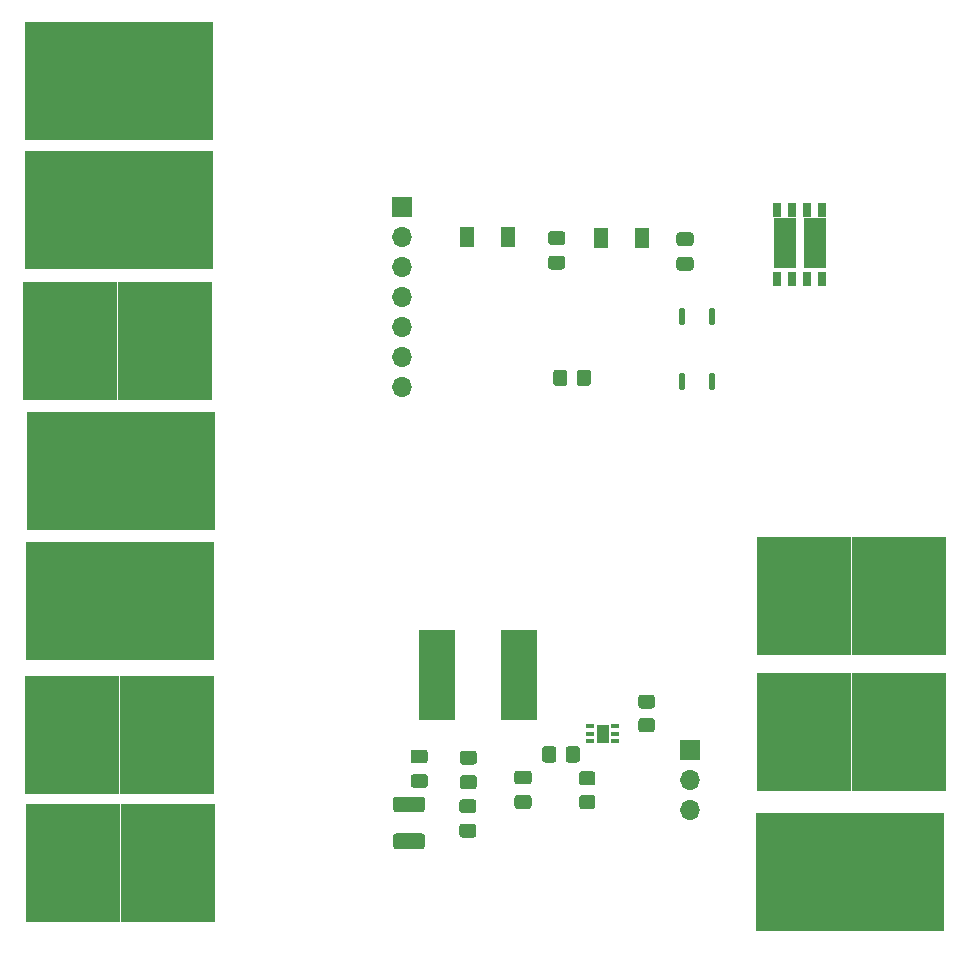
<source format=gbr>
%TF.GenerationSoftware,KiCad,Pcbnew,(5.1.10)-1*%
%TF.CreationDate,2022-03-06T22:53:43-08:00*%
%TF.ProjectId,bb2,6262322e-6b69-4636-9164-5f7063625858,rev?*%
%TF.SameCoordinates,Original*%
%TF.FileFunction,Soldermask,Top*%
%TF.FilePolarity,Negative*%
%FSLAX46Y46*%
G04 Gerber Fmt 4.6, Leading zero omitted, Abs format (unit mm)*
G04 Created by KiCad (PCBNEW (5.1.10)-1) date 2022-03-06 22:53:43*
%MOMM*%
%LPD*%
G01*
G04 APERTURE LIST*
%ADD10C,0.100000*%
%ADD11R,8.000000X10.000000*%
%ADD12O,1.700000X1.700000*%
%ADD13R,1.700000X1.700000*%
%ADD14R,0.700000X1.250000*%
%ADD15R,1.300000X1.700000*%
%ADD16R,1.000000X1.600000*%
%ADD17R,0.650000X0.350000*%
%ADD18R,3.100000X7.700000*%
G04 APERTURE END LIST*
D10*
%TO.C,U2*%
G36*
X150114000Y-102387400D02*
G01*
X148336000Y-102387400D01*
X148336000Y-98196400D01*
X150114000Y-98196400D01*
X150114000Y-102387400D01*
G37*
X150114000Y-102387400D02*
X148336000Y-102387400D01*
X148336000Y-98196400D01*
X150114000Y-98196400D01*
X150114000Y-102387400D01*
G36*
X152654000Y-102387400D02*
G01*
X150876000Y-102387400D01*
X150876000Y-98196400D01*
X152654000Y-98196400D01*
X152654000Y-102387400D01*
G37*
X152654000Y-102387400D02*
X150876000Y-102387400D01*
X150876000Y-98196400D01*
X152654000Y-98196400D01*
X152654000Y-102387400D01*
%TD*%
%TO.C,R2*%
G36*
G01*
X132987201Y-146275600D02*
X132087199Y-146275600D01*
G75*
G02*
X131837200Y-146025601I0J249999D01*
G01*
X131837200Y-145325599D01*
G75*
G02*
X132087199Y-145075600I249999J0D01*
G01*
X132987201Y-145075600D01*
G75*
G02*
X133237200Y-145325599I0J-249999D01*
G01*
X133237200Y-146025601D01*
G75*
G02*
X132987201Y-146275600I-249999J0D01*
G01*
G37*
G36*
G01*
X132987201Y-148275600D02*
X132087199Y-148275600D01*
G75*
G02*
X131837200Y-148025601I0J249999D01*
G01*
X131837200Y-147325599D01*
G75*
G02*
X132087199Y-147075600I249999J0D01*
G01*
X132987201Y-147075600D01*
G75*
G02*
X133237200Y-147325599I0J-249999D01*
G01*
X133237200Y-148025601D01*
G75*
G02*
X132987201Y-148275600I-249999J0D01*
G01*
G37*
%TD*%
D11*
%TO.C,J12*%
X89028000Y-152857200D03*
X97028000Y-152857200D03*
%TD*%
%TO.C,J11*%
X96926400Y-142036800D03*
X88926400Y-142036800D03*
%TD*%
%TO.C,J10*%
X88977200Y-130657600D03*
X96977200Y-130657600D03*
%TD*%
%TO.C,J9*%
X89078800Y-119684800D03*
X97078800Y-119684800D03*
%TD*%
%TO.C,J8*%
X88774000Y-108610400D03*
X96774000Y-108610400D03*
%TD*%
%TO.C,J7*%
X88875600Y-97536000D03*
X96875600Y-97536000D03*
%TD*%
%TO.C,J6*%
X88875600Y-86664800D03*
X96875600Y-86664800D03*
%TD*%
%TO.C,J5*%
X158926800Y-130200400D03*
X150926800Y-130200400D03*
%TD*%
%TO.C,J4*%
X158926800Y-141782800D03*
X150926800Y-141782800D03*
%TD*%
%TO.C,J3*%
X158774400Y-153619200D03*
X150774400Y-153619200D03*
%TD*%
D12*
%TO.C,J2*%
X116840000Y-112572800D03*
X116840000Y-110032800D03*
X116840000Y-107492800D03*
X116840000Y-104952800D03*
X116840000Y-102412800D03*
X116840000Y-99872800D03*
D13*
X116840000Y-97332800D03*
%TD*%
%TO.C,U3*%
G36*
G01*
X140701100Y-107296600D02*
X140426100Y-107296600D01*
G75*
G02*
X140288600Y-107159100I0J137500D01*
G01*
X140288600Y-105984100D01*
G75*
G02*
X140426100Y-105846600I137500J0D01*
G01*
X140701100Y-105846600D01*
G75*
G02*
X140838600Y-105984100I0J-137500D01*
G01*
X140838600Y-107159100D01*
G75*
G02*
X140701100Y-107296600I-137500J0D01*
G01*
G37*
G36*
G01*
X143241100Y-107296600D02*
X142966100Y-107296600D01*
G75*
G02*
X142828600Y-107159100I0J137500D01*
G01*
X142828600Y-105984100D01*
G75*
G02*
X142966100Y-105846600I137500J0D01*
G01*
X143241100Y-105846600D01*
G75*
G02*
X143378600Y-105984100I0J-137500D01*
G01*
X143378600Y-107159100D01*
G75*
G02*
X143241100Y-107296600I-137500J0D01*
G01*
G37*
G36*
G01*
X143241100Y-112796600D02*
X142966100Y-112796600D01*
G75*
G02*
X142828600Y-112659100I0J137500D01*
G01*
X142828600Y-111484100D01*
G75*
G02*
X142966100Y-111346600I137500J0D01*
G01*
X143241100Y-111346600D01*
G75*
G02*
X143378600Y-111484100I0J-137500D01*
G01*
X143378600Y-112659100D01*
G75*
G02*
X143241100Y-112796600I-137500J0D01*
G01*
G37*
G36*
G01*
X140701100Y-112796600D02*
X140426100Y-112796600D01*
G75*
G02*
X140288600Y-112659100I0J137500D01*
G01*
X140288600Y-111484100D01*
G75*
G02*
X140426100Y-111346600I137500J0D01*
G01*
X140701100Y-111346600D01*
G75*
G02*
X140838600Y-111484100I0J-137500D01*
G01*
X140838600Y-112659100D01*
G75*
G02*
X140701100Y-112796600I-137500J0D01*
G01*
G37*
%TD*%
%TO.C,R4*%
G36*
G01*
X130851200Y-111309999D02*
X130851200Y-112210001D01*
G75*
G02*
X130601201Y-112460000I-249999J0D01*
G01*
X129901199Y-112460000D01*
G75*
G02*
X129651200Y-112210001I0J249999D01*
G01*
X129651200Y-111309999D01*
G75*
G02*
X129901199Y-111060000I249999J0D01*
G01*
X130601201Y-111060000D01*
G75*
G02*
X130851200Y-111309999I0J-249999D01*
G01*
G37*
G36*
G01*
X132851200Y-111309999D02*
X132851200Y-112210001D01*
G75*
G02*
X132601201Y-112460000I-249999J0D01*
G01*
X131901199Y-112460000D01*
G75*
G02*
X131651200Y-112210001I0J249999D01*
G01*
X131651200Y-111309999D01*
G75*
G02*
X131901199Y-111060000I249999J0D01*
G01*
X132601201Y-111060000D01*
G75*
G02*
X132851200Y-111309999I0J-249999D01*
G01*
G37*
%TD*%
D14*
%TO.C,U2*%
X148590000Y-97561400D03*
X149860000Y-97561400D03*
X151130000Y-97561400D03*
X152400000Y-97561400D03*
X152400000Y-103403400D03*
X151130000Y-103403400D03*
X149860000Y-103403400D03*
X148590000Y-103403400D03*
%TD*%
D15*
%TO.C,D2*%
X133705600Y-99923600D03*
X137205600Y-99923600D03*
%TD*%
%TO.C,D1*%
X122326400Y-99822000D03*
X125826400Y-99822000D03*
%TD*%
%TO.C,C7*%
G36*
G01*
X140342600Y-101512700D02*
X141292600Y-101512700D01*
G75*
G02*
X141542600Y-101762700I0J-250000D01*
G01*
X141542600Y-102437700D01*
G75*
G02*
X141292600Y-102687700I-250000J0D01*
G01*
X140342600Y-102687700D01*
G75*
G02*
X140092600Y-102437700I0J250000D01*
G01*
X140092600Y-101762700D01*
G75*
G02*
X140342600Y-101512700I250000J0D01*
G01*
G37*
G36*
G01*
X140342600Y-99437700D02*
X141292600Y-99437700D01*
G75*
G02*
X141542600Y-99687700I0J-250000D01*
G01*
X141542600Y-100362700D01*
G75*
G02*
X141292600Y-100612700I-250000J0D01*
G01*
X140342600Y-100612700D01*
G75*
G02*
X140092600Y-100362700I0J250000D01*
G01*
X140092600Y-99687700D01*
G75*
G02*
X140342600Y-99437700I250000J0D01*
G01*
G37*
%TD*%
%TO.C,C6*%
G36*
G01*
X129471400Y-101418900D02*
X130421400Y-101418900D01*
G75*
G02*
X130671400Y-101668900I0J-250000D01*
G01*
X130671400Y-102343900D01*
G75*
G02*
X130421400Y-102593900I-250000J0D01*
G01*
X129471400Y-102593900D01*
G75*
G02*
X129221400Y-102343900I0J250000D01*
G01*
X129221400Y-101668900D01*
G75*
G02*
X129471400Y-101418900I250000J0D01*
G01*
G37*
G36*
G01*
X129471400Y-99343900D02*
X130421400Y-99343900D01*
G75*
G02*
X130671400Y-99593900I0J-250000D01*
G01*
X130671400Y-100268900D01*
G75*
G02*
X130421400Y-100518900I-250000J0D01*
G01*
X129471400Y-100518900D01*
G75*
G02*
X129221400Y-100268900I0J250000D01*
G01*
X129221400Y-99593900D01*
G75*
G02*
X129471400Y-99343900I250000J0D01*
G01*
G37*
%TD*%
D16*
%TO.C,U1*%
X133858000Y-141884400D03*
D17*
X132808000Y-142534400D03*
X132808000Y-141884400D03*
X132808000Y-141234400D03*
X134908000Y-141234400D03*
X134908000Y-141884400D03*
X134908000Y-142534400D03*
%TD*%
%TO.C,R3*%
G36*
G01*
X129918000Y-143186999D02*
X129918000Y-144087001D01*
G75*
G02*
X129668001Y-144337000I-249999J0D01*
G01*
X128967999Y-144337000D01*
G75*
G02*
X128718000Y-144087001I0J249999D01*
G01*
X128718000Y-143186999D01*
G75*
G02*
X128967999Y-142937000I249999J0D01*
G01*
X129668001Y-142937000D01*
G75*
G02*
X129918000Y-143186999I0J-249999D01*
G01*
G37*
G36*
G01*
X131918000Y-143186999D02*
X131918000Y-144087001D01*
G75*
G02*
X131668001Y-144337000I-249999J0D01*
G01*
X130967999Y-144337000D01*
G75*
G02*
X130718000Y-144087001I0J249999D01*
G01*
X130718000Y-143186999D01*
G75*
G02*
X130967999Y-142937000I249999J0D01*
G01*
X131668001Y-142937000D01*
G75*
G02*
X131918000Y-143186999I0J-249999D01*
G01*
G37*
%TD*%
%TO.C,R1*%
G36*
G01*
X137116399Y-140573200D02*
X138016401Y-140573200D01*
G75*
G02*
X138266400Y-140823199I0J-249999D01*
G01*
X138266400Y-141523201D01*
G75*
G02*
X138016401Y-141773200I-249999J0D01*
G01*
X137116399Y-141773200D01*
G75*
G02*
X136866400Y-141523201I0J249999D01*
G01*
X136866400Y-140823199D01*
G75*
G02*
X137116399Y-140573200I249999J0D01*
G01*
G37*
G36*
G01*
X137116399Y-138573200D02*
X138016401Y-138573200D01*
G75*
G02*
X138266400Y-138823199I0J-249999D01*
G01*
X138266400Y-139523201D01*
G75*
G02*
X138016401Y-139773200I-249999J0D01*
G01*
X137116399Y-139773200D01*
G75*
G02*
X136866400Y-139523201I0J249999D01*
G01*
X136866400Y-138823199D01*
G75*
G02*
X137116399Y-138573200I249999J0D01*
G01*
G37*
%TD*%
D18*
%TO.C,L1*%
X119846000Y-136956800D03*
X126746000Y-136956800D03*
%TD*%
D12*
%TO.C,J1*%
X141274800Y-148386800D03*
X141274800Y-145846800D03*
D13*
X141274800Y-143306800D03*
%TD*%
%TO.C,C5*%
G36*
G01*
X118788200Y-144410100D02*
X117838200Y-144410100D01*
G75*
G02*
X117588200Y-144160100I0J250000D01*
G01*
X117588200Y-143485100D01*
G75*
G02*
X117838200Y-143235100I250000J0D01*
G01*
X118788200Y-143235100D01*
G75*
G02*
X119038200Y-143485100I0J-250000D01*
G01*
X119038200Y-144160100D01*
G75*
G02*
X118788200Y-144410100I-250000J0D01*
G01*
G37*
G36*
G01*
X118788200Y-146485100D02*
X117838200Y-146485100D01*
G75*
G02*
X117588200Y-146235100I0J250000D01*
G01*
X117588200Y-145560100D01*
G75*
G02*
X117838200Y-145310100I250000J0D01*
G01*
X118788200Y-145310100D01*
G75*
G02*
X119038200Y-145560100I0J-250000D01*
G01*
X119038200Y-146235100D01*
G75*
G02*
X118788200Y-146485100I-250000J0D01*
G01*
G37*
%TD*%
%TO.C,C4*%
G36*
G01*
X122953800Y-144511700D02*
X122003800Y-144511700D01*
G75*
G02*
X121753800Y-144261700I0J250000D01*
G01*
X121753800Y-143586700D01*
G75*
G02*
X122003800Y-143336700I250000J0D01*
G01*
X122953800Y-143336700D01*
G75*
G02*
X123203800Y-143586700I0J-250000D01*
G01*
X123203800Y-144261700D01*
G75*
G02*
X122953800Y-144511700I-250000J0D01*
G01*
G37*
G36*
G01*
X122953800Y-146586700D02*
X122003800Y-146586700D01*
G75*
G02*
X121753800Y-146336700I0J250000D01*
G01*
X121753800Y-145661700D01*
G75*
G02*
X122003800Y-145411700I250000J0D01*
G01*
X122953800Y-145411700D01*
G75*
G02*
X123203800Y-145661700I0J-250000D01*
G01*
X123203800Y-146336700D01*
G75*
G02*
X122953800Y-146586700I-250000J0D01*
G01*
G37*
%TD*%
%TO.C,C3*%
G36*
G01*
X121953000Y-149518700D02*
X122903000Y-149518700D01*
G75*
G02*
X123153000Y-149768700I0J-250000D01*
G01*
X123153000Y-150443700D01*
G75*
G02*
X122903000Y-150693700I-250000J0D01*
G01*
X121953000Y-150693700D01*
G75*
G02*
X121703000Y-150443700I0J250000D01*
G01*
X121703000Y-149768700D01*
G75*
G02*
X121953000Y-149518700I250000J0D01*
G01*
G37*
G36*
G01*
X121953000Y-147443700D02*
X122903000Y-147443700D01*
G75*
G02*
X123153000Y-147693700I0J-250000D01*
G01*
X123153000Y-148368700D01*
G75*
G02*
X122903000Y-148618700I-250000J0D01*
G01*
X121953000Y-148618700D01*
G75*
G02*
X121703000Y-148368700I0J250000D01*
G01*
X121703000Y-147693700D01*
G75*
G02*
X121953000Y-147443700I250000J0D01*
G01*
G37*
%TD*%
%TO.C,C2*%
G36*
G01*
X116349599Y-150341300D02*
X118549601Y-150341300D01*
G75*
G02*
X118799600Y-150591299I0J-249999D01*
G01*
X118799600Y-151416301D01*
G75*
G02*
X118549601Y-151666300I-249999J0D01*
G01*
X116349599Y-151666300D01*
G75*
G02*
X116099600Y-151416301I0J249999D01*
G01*
X116099600Y-150591299D01*
G75*
G02*
X116349599Y-150341300I249999J0D01*
G01*
G37*
G36*
G01*
X116349599Y-147216300D02*
X118549601Y-147216300D01*
G75*
G02*
X118799600Y-147466299I0J-249999D01*
G01*
X118799600Y-148291301D01*
G75*
G02*
X118549601Y-148541300I-249999J0D01*
G01*
X116349599Y-148541300D01*
G75*
G02*
X116099600Y-148291301I0J249999D01*
G01*
X116099600Y-147466299D01*
G75*
G02*
X116349599Y-147216300I249999J0D01*
G01*
G37*
%TD*%
%TO.C,C1*%
G36*
G01*
X127576600Y-146188100D02*
X126626600Y-146188100D01*
G75*
G02*
X126376600Y-145938100I0J250000D01*
G01*
X126376600Y-145263100D01*
G75*
G02*
X126626600Y-145013100I250000J0D01*
G01*
X127576600Y-145013100D01*
G75*
G02*
X127826600Y-145263100I0J-250000D01*
G01*
X127826600Y-145938100D01*
G75*
G02*
X127576600Y-146188100I-250000J0D01*
G01*
G37*
G36*
G01*
X127576600Y-148263100D02*
X126626600Y-148263100D01*
G75*
G02*
X126376600Y-148013100I0J250000D01*
G01*
X126376600Y-147338100D01*
G75*
G02*
X126626600Y-147088100I250000J0D01*
G01*
X127576600Y-147088100D01*
G75*
G02*
X127826600Y-147338100I0J-250000D01*
G01*
X127826600Y-148013100D01*
G75*
G02*
X127576600Y-148263100I-250000J0D01*
G01*
G37*
%TD*%
M02*

</source>
